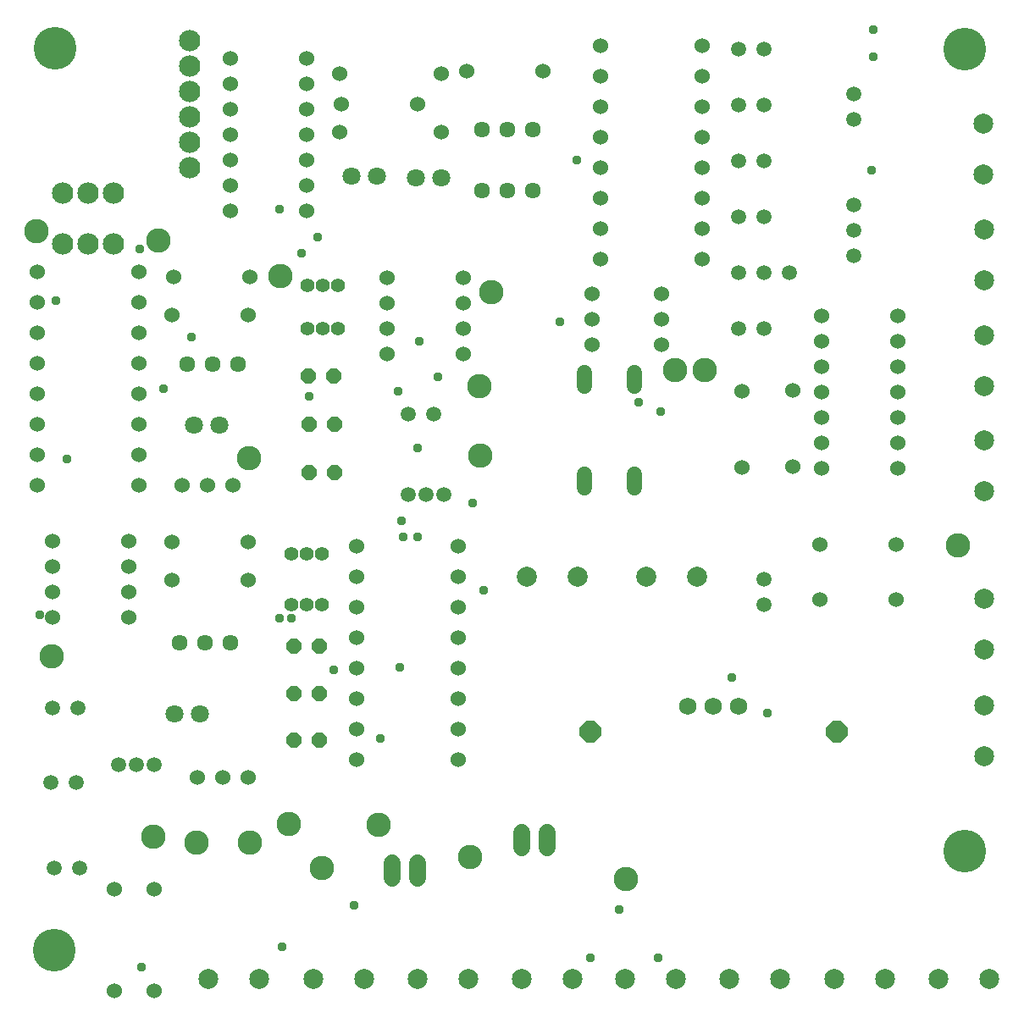
<source format=gbr>
G04 EAGLE Gerber X2 export*
%TF.Part,Single*%
%TF.FileFunction,Soldermask,Bot,1*%
%TF.FilePolarity,Negative*%
%TF.GenerationSoftware,Autodesk,EAGLE,9.1.2*%
%TF.CreationDate,2019-04-25T09:22:07Z*%
G75*
%MOMM*%
%FSLAX34Y34*%
%LPD*%
%AMOC8*
5,1,8,0,0,1.08239X$1,22.5*%
G01*
%ADD10C,1.511200*%
%ADD11C,1.803400*%
%ADD12P,1.649562X8X22.500000*%
%ADD13C,1.524000*%
%ADD14C,1.411200*%
%ADD15C,1.611200*%
%ADD16C,2.133600*%
%ADD17C,1.993900*%
%ADD18C,4.267200*%
%ADD19C,2.003200*%
%ADD20C,1.727200*%
%ADD21P,2.330602X8X202.500000*%
%ADD22C,2.453200*%
%ADD23C,1.524000*%
%ADD24C,1.727200*%
%ADD25C,0.959600*%


D10*
X393540Y406400D03*
X418940Y406400D03*
X839000Y564200D03*
X839000Y589600D03*
X839000Y615000D03*
X723900Y770890D03*
X749300Y770890D03*
X723900Y715010D03*
X749300Y715010D03*
D11*
X204470Y394970D03*
X179070Y394970D03*
X361950Y643890D03*
X336550Y643890D03*
X426720Y642620D03*
X401320Y642620D03*
D10*
X38100Y112400D03*
X63500Y112400D03*
D11*
X185740Y106680D03*
X160340Y106680D03*
D10*
X723900Y659130D03*
X749300Y659130D03*
D12*
X279400Y127000D03*
X304800Y127000D03*
X293370Y444500D03*
X318770Y444500D03*
X294640Y347980D03*
X320040Y347980D03*
X294640Y396240D03*
X320040Y396240D03*
X279400Y80010D03*
X304800Y80010D03*
X279400Y173990D03*
X304800Y173990D03*
D13*
X215900Y762000D03*
X215900Y736600D03*
X215900Y609600D03*
X292100Y609600D03*
X215900Y711200D03*
X215900Y685800D03*
X215900Y635000D03*
X215900Y660400D03*
X292100Y635000D03*
X292100Y660400D03*
X292100Y685800D03*
X292100Y711200D03*
X292100Y736600D03*
X292100Y762000D03*
X372320Y542510D03*
X372320Y517110D03*
X448520Y517110D03*
X448520Y542510D03*
X372320Y491710D03*
X372320Y466310D03*
X448520Y491710D03*
X448520Y466310D03*
X38100Y279400D03*
X38100Y254000D03*
X114300Y254000D03*
X114300Y279400D03*
X38100Y228600D03*
X38100Y203200D03*
X114300Y228600D03*
X114300Y203200D03*
X167640Y335280D03*
X218440Y335280D03*
X193040Y335280D03*
D10*
X393540Y325280D03*
X411320Y325280D03*
X429100Y325280D03*
D14*
X293210Y534670D03*
X308450Y534670D03*
X323690Y534670D03*
X293090Y491710D03*
X308330Y491710D03*
X323570Y491710D03*
D13*
X182880Y43180D03*
X233680Y43180D03*
X208280Y43180D03*
D10*
X104140Y55250D03*
X121920Y55250D03*
X139700Y55250D03*
D14*
X276860Y266700D03*
X292100Y266700D03*
X307340Y266700D03*
X276860Y215900D03*
X292100Y215900D03*
X307340Y215900D03*
D13*
X577240Y475310D03*
X577240Y526110D03*
X577240Y500710D03*
X325120Y746760D03*
X426720Y746760D03*
X22860Y457200D03*
X124460Y457200D03*
X341630Y182880D03*
X443230Y182880D03*
X341630Y152400D03*
X443230Y152400D03*
X341630Y60960D03*
X443230Y60960D03*
X341630Y213360D03*
X443230Y213360D03*
X341630Y121920D03*
X443230Y121920D03*
X341630Y274320D03*
X443230Y274320D03*
X341630Y91440D03*
X443230Y91440D03*
X341630Y243840D03*
X443230Y243840D03*
X585470Y744220D03*
X687070Y744220D03*
X325120Y688340D03*
X426720Y688340D03*
X585470Y774700D03*
X687070Y774700D03*
X585470Y683260D03*
X687070Y683260D03*
X585470Y713740D03*
X687070Y713740D03*
D15*
X467360Y629920D03*
X492760Y629920D03*
X518160Y629920D03*
X467360Y690880D03*
X492760Y690880D03*
X518160Y690880D03*
X172720Y455930D03*
X198120Y455930D03*
X223520Y455930D03*
X165100Y177800D03*
X190500Y177800D03*
X215900Y177800D03*
D13*
X22860Y487680D03*
X124460Y487680D03*
X22860Y396240D03*
X124460Y396240D03*
X22860Y335280D03*
X124460Y335280D03*
X22860Y518160D03*
X124460Y518160D03*
X22860Y548640D03*
X124460Y548640D03*
X22860Y426720D03*
X124460Y426720D03*
X22860Y365760D03*
X124460Y365760D03*
D16*
X175260Y779780D03*
X175260Y754380D03*
X175260Y728980D03*
X175260Y703580D03*
X175260Y678180D03*
X175260Y652780D03*
X99060Y627380D03*
X73660Y627380D03*
X48260Y627380D03*
X99060Y576580D03*
X73660Y576580D03*
X48260Y576580D03*
D17*
X968890Y645870D03*
X968890Y696670D03*
X969010Y63990D03*
X969010Y114790D03*
D13*
X528320Y749300D03*
X452120Y749300D03*
X402590Y716280D03*
X326390Y716280D03*
X727560Y428470D03*
X727560Y352270D03*
X234950Y543560D03*
X158750Y543560D03*
X233680Y505460D03*
X157480Y505460D03*
X233680Y278130D03*
X157480Y278130D03*
X233680Y240030D03*
X157480Y240030D03*
D10*
X723900Y491490D03*
X749300Y491490D03*
X723900Y603250D03*
X749300Y603250D03*
X839000Y701040D03*
X839000Y726440D03*
X723900Y547370D03*
X749300Y547370D03*
X774700Y547370D03*
D13*
X647240Y475160D03*
X647240Y525960D03*
X647240Y500560D03*
X585470Y561340D03*
X687070Y561340D03*
X585470Y622300D03*
X687070Y622300D03*
X585470Y652780D03*
X687070Y652780D03*
X585470Y591820D03*
X687070Y591820D03*
D17*
X969010Y539750D03*
X969010Y590550D03*
D13*
X778360Y429740D03*
X778360Y353540D03*
X807200Y504240D03*
X807200Y478840D03*
X807200Y351840D03*
X883400Y351840D03*
X807200Y453440D03*
X807200Y428040D03*
X807200Y377240D03*
X807200Y402640D03*
X883400Y377240D03*
X883400Y402640D03*
X883400Y428040D03*
X883400Y453440D03*
X883400Y478840D03*
X883400Y504240D03*
D18*
X949920Y-31008D03*
X949920Y770510D03*
X40800Y772000D03*
X40170Y-129850D03*
D13*
X805180Y275430D03*
X881380Y275430D03*
D19*
X562610Y243840D03*
X511810Y243840D03*
X681990Y243840D03*
X631190Y243840D03*
D13*
X805180Y220660D03*
X881380Y220660D03*
D20*
X723900Y114300D03*
X698500Y114300D03*
X673100Y114300D03*
D21*
X821690Y88900D03*
X575310Y88900D03*
D10*
X749300Y215900D03*
X749300Y241300D03*
X39500Y-47543D03*
X64900Y-47543D03*
X36500Y38080D03*
X61900Y38080D03*
D22*
X611220Y-59090D03*
X307560Y-47990D03*
X22220Y588450D03*
X144140Y579870D03*
X182400Y-22750D03*
X37620Y164250D03*
X234440Y362160D03*
X266060Y543650D03*
X943080Y274580D03*
X455130Y-36760D03*
X235740Y-22320D03*
X476940Y527660D03*
X465610Y364240D03*
X274440Y-3440D03*
X364440Y-4240D03*
X139060Y-16470D03*
X464440Y434160D03*
D17*
X923965Y-158680D03*
X974765Y-158680D03*
X819456Y-158434D03*
X870256Y-158434D03*
X714852Y-158625D03*
X765652Y-158625D03*
X507195Y-158646D03*
X557995Y-158646D03*
X610664Y-159015D03*
X661464Y-159015D03*
X402862Y-158642D03*
X453662Y-158642D03*
X298533Y-158716D03*
X349333Y-158716D03*
X194011Y-158672D03*
X244811Y-158672D03*
D22*
X660000Y450000D03*
X690000Y450000D03*
D23*
X570000Y345804D02*
X570000Y332596D01*
X570000Y434196D02*
X570000Y447404D01*
X620000Y345804D02*
X620000Y332596D01*
X620000Y434196D02*
X620000Y447404D01*
D24*
X402700Y-42380D02*
X402700Y-57620D01*
X377300Y-57620D02*
X377300Y-42380D01*
X532700Y-27620D02*
X532700Y-12380D01*
X507300Y-12380D02*
X507300Y-27620D01*
D17*
X969010Y434340D03*
X969010Y485140D03*
X969130Y329270D03*
X969130Y380070D03*
X969010Y170200D03*
X969010Y221000D03*
D13*
X100000Y-170800D03*
X100000Y-69200D03*
X140000Y-170800D03*
X140000Y-69200D03*
D25*
X267368Y-126225D03*
X265073Y610470D03*
X52785Y361463D03*
X383265Y429165D03*
X576045Y-137700D03*
X402773Y283433D03*
X386708Y299498D03*
X41310Y519818D03*
X176715Y483098D03*
X752760Y106718D03*
X717188Y142290D03*
X405068Y478508D03*
X149175Y431460D03*
X294908Y423428D03*
X643748Y-137700D03*
X457853Y316710D03*
X402773Y371790D03*
X25245Y205403D03*
X385560Y152618D03*
X265073Y201960D03*
X366053Y81473D03*
X319005Y150323D03*
X562275Y659813D03*
X646043Y408510D03*
X286875Y566865D03*
X302940Y582930D03*
X276548Y201960D03*
X604733Y-89505D03*
X125078Y571455D03*
X423428Y442935D03*
X389003Y283433D03*
X857183Y649485D03*
X339660Y-84915D03*
X545063Y498015D03*
X469328Y229500D03*
X624240Y417690D03*
X127373Y-146880D03*
X858330Y790628D03*
X858330Y763088D03*
M02*

</source>
